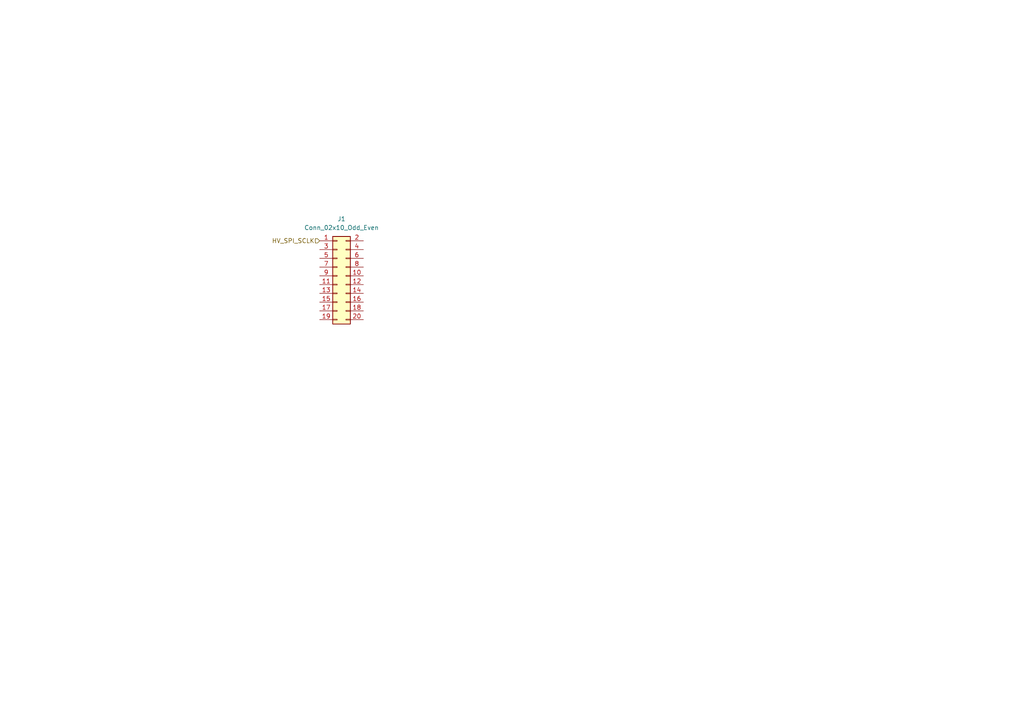
<source format=kicad_sch>
(kicad_sch
	(version 20250114)
	(generator "eeschema")
	(generator_version "9.0")
	(uuid "ca06241c-59c1-444d-9790-cd9c912206d5")
	(paper "A4")
	(lib_symbols
		(symbol "MSAG_Misc:Conn_02x10_Odd_Even"
			(pin_names
				(offset 1.016)
				(hide yes)
			)
			(exclude_from_sim no)
			(in_bom yes)
			(on_board yes)
			(property "Reference" "J"
				(at 1.27 12.7 0)
				(effects
					(font
						(size 1.27 1.27)
					)
				)
			)
			(property "Value" "Conn_02x10_Odd_Even"
				(at 1.27 -15.24 0)
				(effects
					(font
						(size 1.27 1.27)
					)
				)
			)
			(property "Footprint" ""
				(at 0 0 0)
				(effects
					(font
						(size 1.27 1.27)
					)
					(hide yes)
				)
			)
			(property "Datasheet" "~"
				(at 0 0 0)
				(effects
					(font
						(size 1.27 1.27)
					)
					(hide yes)
				)
			)
			(property "Description" "Generic connector, double row, 02x10, odd/even pin numbering scheme (row 1 odd numbers, row 2 even numbers), script generated (kicad-library-utils/schlib/autogen/connector/)"
				(at 0 0 0)
				(effects
					(font
						(size 1.27 1.27)
					)
					(hide yes)
				)
			)
			(property "ki_keywords" "connector"
				(at 0 0 0)
				(effects
					(font
						(size 1.27 1.27)
					)
					(hide yes)
				)
			)
			(property "ki_fp_filters" "Connector*:*_2x??_*"
				(at 0 0 0)
				(effects
					(font
						(size 1.27 1.27)
					)
					(hide yes)
				)
			)
			(symbol "Conn_02x10_Odd_Even_1_1"
				(rectangle
					(start -1.27 11.43)
					(end 3.81 -13.97)
					(stroke
						(width 0.254)
						(type solid)
					)
					(fill
						(type background)
					)
				)
				(rectangle
					(start -1.27 10.287)
					(end 0 10.033)
					(stroke
						(width 0.1524)
						(type solid)
					)
					(fill
						(type none)
					)
				)
				(rectangle
					(start -1.27 7.747)
					(end 0 7.493)
					(stroke
						(width 0.1524)
						(type solid)
					)
					(fill
						(type none)
					)
				)
				(rectangle
					(start -1.27 5.207)
					(end 0 4.953)
					(stroke
						(width 0.1524)
						(type solid)
					)
					(fill
						(type none)
					)
				)
				(rectangle
					(start -1.27 2.667)
					(end 0 2.413)
					(stroke
						(width 0.1524)
						(type solid)
					)
					(fill
						(type none)
					)
				)
				(rectangle
					(start -1.27 0.127)
					(end 0 -0.127)
					(stroke
						(width 0.1524)
						(type solid)
					)
					(fill
						(type none)
					)
				)
				(rectangle
					(start -1.27 -2.413)
					(end 0 -2.667)
					(stroke
						(width 0.1524)
						(type solid)
					)
					(fill
						(type none)
					)
				)
				(rectangle
					(start -1.27 -4.953)
					(end 0 -5.207)
					(stroke
						(width 0.1524)
						(type solid)
					)
					(fill
						(type none)
					)
				)
				(rectangle
					(start -1.27 -7.493)
					(end 0 -7.747)
					(stroke
						(width 0.1524)
						(type solid)
					)
					(fill
						(type none)
					)
				)
				(rectangle
					(start -1.27 -10.033)
					(end 0 -10.287)
					(stroke
						(width 0.1524)
						(type solid)
					)
					(fill
						(type none)
					)
				)
				(rectangle
					(start -1.27 -12.573)
					(end 0 -12.827)
					(stroke
						(width 0.1524)
						(type solid)
					)
					(fill
						(type none)
					)
				)
				(rectangle
					(start 3.81 10.287)
					(end 2.54 10.033)
					(stroke
						(width 0.1524)
						(type solid)
					)
					(fill
						(type none)
					)
				)
				(rectangle
					(start 3.81 7.747)
					(end 2.54 7.493)
					(stroke
						(width 0.1524)
						(type solid)
					)
					(fill
						(type none)
					)
				)
				(rectangle
					(start 3.81 5.207)
					(end 2.54 4.953)
					(stroke
						(width 0.1524)
						(type solid)
					)
					(fill
						(type none)
					)
				)
				(rectangle
					(start 3.81 2.667)
					(end 2.54 2.413)
					(stroke
						(width 0.1524)
						(type solid)
					)
					(fill
						(type none)
					)
				)
				(rectangle
					(start 3.81 0.127)
					(end 2.54 -0.127)
					(stroke
						(width 0.1524)
						(type solid)
					)
					(fill
						(type none)
					)
				)
				(rectangle
					(start 3.81 -2.413)
					(end 2.54 -2.667)
					(stroke
						(width 0.1524)
						(type solid)
					)
					(fill
						(type none)
					)
				)
				(rectangle
					(start 3.81 -4.953)
					(end 2.54 -5.207)
					(stroke
						(width 0.1524)
						(type solid)
					)
					(fill
						(type none)
					)
				)
				(rectangle
					(start 3.81 -7.493)
					(end 2.54 -7.747)
					(stroke
						(width 0.1524)
						(type solid)
					)
					(fill
						(type none)
					)
				)
				(rectangle
					(start 3.81 -10.033)
					(end 2.54 -10.287)
					(stroke
						(width 0.1524)
						(type solid)
					)
					(fill
						(type none)
					)
				)
				(rectangle
					(start 3.81 -12.573)
					(end 2.54 -12.827)
					(stroke
						(width 0.1524)
						(type solid)
					)
					(fill
						(type none)
					)
				)
				(pin passive line
					(at -5.08 10.16 0)
					(length 3.81)
					(name "Pin_1"
						(effects
							(font
								(size 1.27 1.27)
							)
						)
					)
					(number "1"
						(effects
							(font
								(size 1.27 1.27)
							)
						)
					)
				)
				(pin passive line
					(at -5.08 7.62 0)
					(length 3.81)
					(name "Pin_3"
						(effects
							(font
								(size 1.27 1.27)
							)
						)
					)
					(number "3"
						(effects
							(font
								(size 1.27 1.27)
							)
						)
					)
				)
				(pin passive line
					(at -5.08 5.08 0)
					(length 3.81)
					(name "Pin_5"
						(effects
							(font
								(size 1.27 1.27)
							)
						)
					)
					(number "5"
						(effects
							(font
								(size 1.27 1.27)
							)
						)
					)
				)
				(pin passive line
					(at -5.08 2.54 0)
					(length 3.81)
					(name "Pin_7"
						(effects
							(font
								(size 1.27 1.27)
							)
						)
					)
					(number "7"
						(effects
							(font
								(size 1.27 1.27)
							)
						)
					)
				)
				(pin passive line
					(at -5.08 0 0)
					(length 3.81)
					(name "Pin_9"
						(effects
							(font
								(size 1.27 1.27)
							)
						)
					)
					(number "9"
						(effects
							(font
								(size 1.27 1.27)
							)
						)
					)
				)
				(pin passive line
					(at -5.08 -2.54 0)
					(length 3.81)
					(name "Pin_11"
						(effects
							(font
								(size 1.27 1.27)
							)
						)
					)
					(number "11"
						(effects
							(font
								(size 1.27 1.27)
							)
						)
					)
				)
				(pin passive line
					(at -5.08 -5.08 0)
					(length 3.81)
					(name "Pin_13"
						(effects
							(font
								(size 1.27 1.27)
							)
						)
					)
					(number "13"
						(effects
							(font
								(size 1.27 1.27)
							)
						)
					)
				)
				(pin passive line
					(at -5.08 -7.62 0)
					(length 3.81)
					(name "Pin_15"
						(effects
							(font
								(size 1.27 1.27)
							)
						)
					)
					(number "15"
						(effects
							(font
								(size 1.27 1.27)
							)
						)
					)
				)
				(pin passive line
					(at -5.08 -10.16 0)
					(length 3.81)
					(name "Pin_17"
						(effects
							(font
								(size 1.27 1.27)
							)
						)
					)
					(number "17"
						(effects
							(font
								(size 1.27 1.27)
							)
						)
					)
				)
				(pin passive line
					(at -5.08 -12.7 0)
					(length 3.81)
					(name "Pin_19"
						(effects
							(font
								(size 1.27 1.27)
							)
						)
					)
					(number "19"
						(effects
							(font
								(size 1.27 1.27)
							)
						)
					)
				)
				(pin passive line
					(at 7.62 10.16 180)
					(length 3.81)
					(name "Pin_2"
						(effects
							(font
								(size 1.27 1.27)
							)
						)
					)
					(number "2"
						(effects
							(font
								(size 1.27 1.27)
							)
						)
					)
				)
				(pin passive line
					(at 7.62 7.62 180)
					(length 3.81)
					(name "Pin_4"
						(effects
							(font
								(size 1.27 1.27)
							)
						)
					)
					(number "4"
						(effects
							(font
								(size 1.27 1.27)
							)
						)
					)
				)
				(pin passive line
					(at 7.62 5.08 180)
					(length 3.81)
					(name "Pin_6"
						(effects
							(font
								(size 1.27 1.27)
							)
						)
					)
					(number "6"
						(effects
							(font
								(size 1.27 1.27)
							)
						)
					)
				)
				(pin passive line
					(at 7.62 2.54 180)
					(length 3.81)
					(name "Pin_8"
						(effects
							(font
								(size 1.27 1.27)
							)
						)
					)
					(number "8"
						(effects
							(font
								(size 1.27 1.27)
							)
						)
					)
				)
				(pin passive line
					(at 7.62 0 180)
					(length 3.81)
					(name "Pin_10"
						(effects
							(font
								(size 1.27 1.27)
							)
						)
					)
					(number "10"
						(effects
							(font
								(size 1.27 1.27)
							)
						)
					)
				)
				(pin passive line
					(at 7.62 -2.54 180)
					(length 3.81)
					(name "Pin_12"
						(effects
							(font
								(size 1.27 1.27)
							)
						)
					)
					(number "12"
						(effects
							(font
								(size 1.27 1.27)
							)
						)
					)
				)
				(pin passive line
					(at 7.62 -5.08 180)
					(length 3.81)
					(name "Pin_14"
						(effects
							(font
								(size 1.27 1.27)
							)
						)
					)
					(number "14"
						(effects
							(font
								(size 1.27 1.27)
							)
						)
					)
				)
				(pin passive line
					(at 7.62 -7.62 180)
					(length 3.81)
					(name "Pin_16"
						(effects
							(font
								(size 1.27 1.27)
							)
						)
					)
					(number "16"
						(effects
							(font
								(size 1.27 1.27)
							)
						)
					)
				)
				(pin passive line
					(at 7.62 -10.16 180)
					(length 3.81)
					(name "Pin_18"
						(effects
							(font
								(size 1.27 1.27)
							)
						)
					)
					(number "18"
						(effects
							(font
								(size 1.27 1.27)
							)
						)
					)
				)
				(pin passive line
					(at 7.62 -12.7 180)
					(length 3.81)
					(name "Pin_20"
						(effects
							(font
								(size 1.27 1.27)
							)
						)
					)
					(number "20"
						(effects
							(font
								(size 1.27 1.27)
							)
						)
					)
				)
			)
			(embedded_fonts no)
		)
	)
	(hierarchical_label "HV_SPI_SCLK"
		(shape input)
		(at 92.71 69.85 180)
		(effects
			(font
				(size 1.27 1.27)
			)
			(justify right)
		)
		(uuid "6e4da283-6ca6-490b-989c-d32cd7b96dd3")
	)
	(symbol
		(lib_id "MSAG_Misc:Conn_02x10_Odd_Even")
		(at 97.79 80.01 0)
		(unit 1)
		(exclude_from_sim no)
		(in_bom yes)
		(on_board yes)
		(dnp no)
		(fields_autoplaced yes)
		(uuid "aa7db00a-2e89-46d8-8c6c-31ef2fcb0ac0")
		(property "Reference" "J1"
			(at 99.06 63.5 0)
			(effects
				(font
					(size 1.27 1.27)
				)
			)
		)
		(property "Value" "Conn_02x10_Odd_Even"
			(at 99.06 66.04 0)
			(effects
				(font
					(size 1.27 1.27)
				)
			)
		)
		(property "Footprint" ""
			(at 97.79 80.01 0)
			(effects
				(font
					(size 1.27 1.27)
				)
				(hide yes)
			)
		)
		(property "Datasheet" "~"
			(at 97.79 80.01 0)
			(effects
				(font
					(size 1.27 1.27)
				)
				(hide yes)
			)
		)
		(property "Description" "Generic connector, double row, 02x10, odd/even pin numbering scheme (row 1 odd numbers, row 2 even numbers), script generated (kicad-library-utils/schlib/autogen/connector/)"
			(at 97.79 80.01 0)
			(effects
				(font
					(size 1.27 1.27)
				)
				(hide yes)
			)
		)
		(pin "15"
			(uuid "4eebe63c-61f9-429d-9674-ea1dc22505d1")
		)
		(pin "18"
			(uuid "e93c7583-5f03-4b30-b161-237f36d8623a")
		)
		(pin "5"
			(uuid "e992d19f-d03b-4736-9072-7cd0c7f5630c")
		)
		(pin "8"
			(uuid "968e2957-8a08-443d-bca1-a5d32399b4c6")
		)
		(pin "14"
			(uuid "40380f15-1cf6-4751-8dd1-176f05993099")
		)
		(pin "20"
			(uuid "8ba68496-9f3f-4496-8c6b-a70cd4b42afd")
		)
		(pin "9"
			(uuid "8c2cf077-14a6-469a-9b62-0b8f86e46d67")
		)
		(pin "13"
			(uuid "1541ce61-c00c-4885-bbae-1a3e801e815f")
		)
		(pin "3"
			(uuid "71525025-3ec4-41ad-becd-c10d551c0230")
		)
		(pin "19"
			(uuid "38a0dc5d-c6b9-4278-a9a8-7db002493eb1")
		)
		(pin "7"
			(uuid "94efe79a-bc33-46d0-ad19-a3292bb3446a")
		)
		(pin "12"
			(uuid "70c489a7-e42a-449d-9805-9e061a892ebb")
		)
		(pin "16"
			(uuid "2217fb09-607d-4612-af6e-9afc61e9abe1")
		)
		(pin "6"
			(uuid "3c0fc33d-344b-46eb-a7ed-154c407c3453")
		)
		(pin "4"
			(uuid "3e715357-3ba1-403e-96f8-2dbc9775ceb0")
		)
		(pin "11"
			(uuid "fe2d740c-95bc-4fdb-8363-5c63bf4efc8a")
		)
		(pin "10"
			(uuid "e5218944-8e39-4958-b3a1-ea59e187d1e7")
		)
		(pin "17"
			(uuid "29dff245-003e-4334-827a-581eeaaf54bf")
		)
		(pin "2"
			(uuid "98ecbb5e-deaf-4437-a922-7df68eac3672")
		)
		(pin "1"
			(uuid "bf9d6cfa-6336-4047-bf98-b620dce2adad")
		)
		(instances
			(project ""
				(path "/99d2acbf-9222-44b4-9cd1-53dce752648e/75b533f7-ba3d-4057-b195-f7a8ee8428b1"
					(reference "J1")
					(unit 1)
				)
			)
		)
	)
)

</source>
